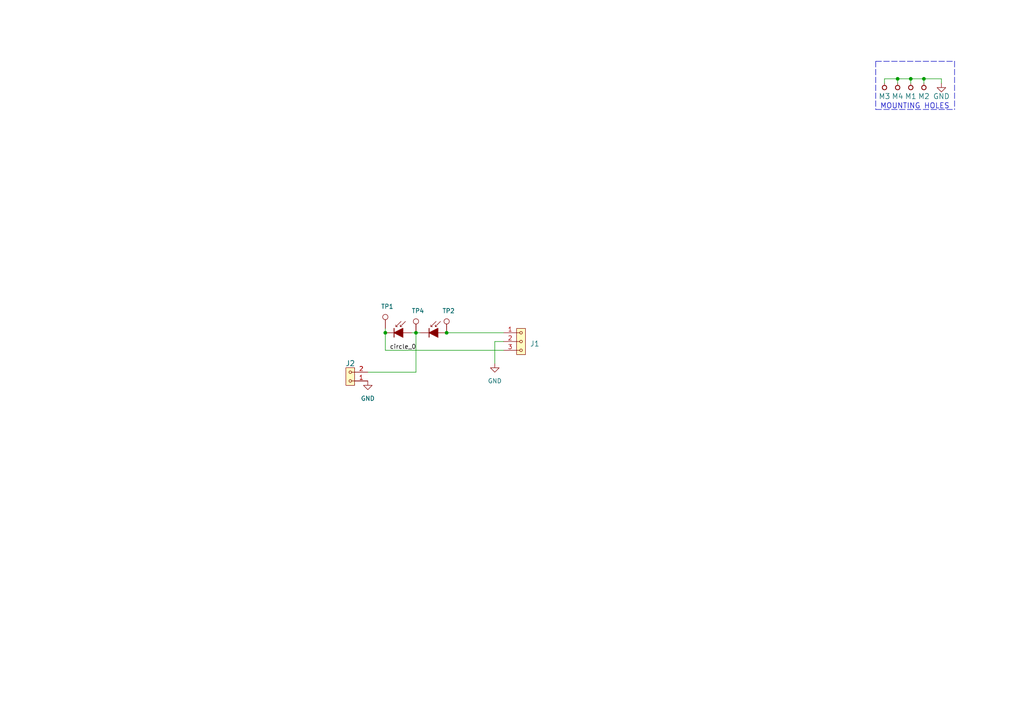
<source format=kicad_sch>
(kicad_sch (version 20211123) (generator eeschema)
  (paper "A4")
  (title_block (title "PINHOLDER02A") (date "2023-04-12") (rev "02A") (company "www.mlab.cz"))
  (lib_symbols
    (symbol "Connector:TestPoint" (pin_numbers hide) (pin_names (offset 0.762) hide)
      (property "Reference" "TP" (at 0 6.858 0))
      (property "Value" "TestPoint" (at 0 5.08 0))
      (symbol "TestPoint_0_1"
        (circle (center 0 3.302) (radius 0.762))
      )
      (symbol "TestPoint_1_1"
        (pin passive line (at 0 0 90) (length 2.54) (name "1") (number "1"))
      )
    )
    (symbol "Device:D_Photo_Filled" (pin_numbers hide) (pin_names hide)
      (property "Reference" "D" (at 0.508 1.778 0))
      (property "Value" "D_Photo_Filled" (at -1.016 -2.794 0))
      (symbol "D_Photo_Filled_0_1"
        (polyline (pts (xy -2.54 1.27) (xy -2.54 -1.27)) (stroke (width 0.254)))
        (polyline (pts (xy -2.032 1.778) (xy -1.524 1.778)))
        (polyline (pts (xy 0 0) (xy -2.54 0)))
        (polyline (pts (xy -0.508 3.302) (xy -2.032 1.778) (xy -2.032 2.286)))
        (polyline (pts (xy 0 -1.27) (xy 0 1.27) (xy -2.54 0) (xy 0 -1.27)) (stroke (width 0.254)) (fill (type outline)))
        (polyline (pts (xy 0.762 3.302) (xy -0.762 1.778) (xy -0.762 2.286) (xy -0.762 1.778) (xy -0.254 1.778)))
      )
      (symbol "D_Photo_Filled_1_1"
        (pin passive line (at -5.08 0 0) (length 2.54) (name "K") (number "1"))
        (pin passive line (at 2.54 0 180) (length 2.54) (name "A") (number "2"))
      )
    )
    (symbol "MLAB_HEADER:HEADER_1x02" (pin_names (offset 1.016))
      (property "Reference" "J" (at 0 -3.81 0))
      (property "Value" "HEADER_1x02" (at 0 3.81 0))
      (symbol "HEADER_1x02_0_1"
        (rectangle (start -1.27 2.54) (end 1.27 -2.54) (fill (type background)))
        (circle (center 0 -1.27) (radius 0.381))
        (polyline (pts (xy -1.27 -1.27) (xy -0.381 -1.27)))
        (polyline (pts (xy -1.27 1.27) (xy -0.381 1.27)))
        (circle (center 0 1.27) (radius 0.381))
      )
      (symbol "HEADER_1x02_1_1"
        (pin input line (at -5.08 1.27 0) (length 3.81) (name "~") (number "1"))
        (pin input line (at -5.08 -1.27 0) (length 3.81) (name "~") (number "2"))
      )
    )
    (symbol "MLAB_HEADER:HEADER_1x03" (pin_names (offset 1.016))
      (property "Reference" "J" (at 0 -5.08 0))
      (property "Value" "HEADER_1x03" (at 0 5.08 0))
      (symbol "HEADER_1x03_0_1"
        (rectangle (start -1.27 3.81) (end 1.27 -3.81) (fill (type background)))
        (circle (center 0 -2.54) (radius 0.381))
        (polyline (pts (xy -1.27 -2.54) (xy -0.381 -2.54)))
        (polyline (pts (xy -1.27 0) (xy -0.381 0)))
        (polyline (pts (xy -1.27 2.54) (xy -0.381 2.54)))
        (circle (center 0 0) (radius 0.381))
        (circle (center 0 2.54) (radius 0.381))
      )
      (symbol "HEADER_1x03_1_1"
        (pin input line (at -5.08 2.54 0) (length 3.81) (name "~") (number "1"))
        (pin input line (at -5.08 0 0) (length 3.81) (name "~") (number "2"))
        (pin input line (at -5.08 -2.54 0) (length 3.81) (name "~") (number "3"))
      )
    )
    (symbol "MLAB_MECHANICAL:HOLE" (pin_numbers hide) (pin_names (offset 1.016) hide)
      (property "Reference" "M" (at 0 2.54 0))
      (property "Value" "HOLE" (at 0 -2.54 0))
      (symbol "HOLE_0_1"
        (circle (center 0 0) (radius 0.635) (stroke (width 0.254)))
      )
      (symbol "HOLE_1_1"
        (pin input line (at 1.27 0 180) (length 0.635) (name "~") (number "1"))
      )
    )
    (symbol "power:GND" (power) (pin_names (offset 0))
      (property "Value" "GND" (at 0 -3.81 0))
      (symbol "GND_0_1"
        (polyline (pts (xy 0 0) (xy 0 -1.27) (xy 1.27 -1.27) (xy 0 -2.54) (xy -1.27 -1.27) (xy 0 -1.27)))
      )
      (symbol "GND_1_1"
        (pin power_in line (at 0 0 270) (length 0) hide (name "GND") (number "1"))
      )
    )
  )
  (junction (at 264.16 22.86))
  (junction (at 129.54 96.52))
  (junction (at 267.97 22.86))
  (junction (at 260.35 22.86))
  (junction (at 120.65 96.52))
  (junction (at 111.76 96.52))
  (wire (pts (xy 111.76 101.6) (xy 111.76 96.52)))
  (wire (pts (xy 267.97 22.86) (xy 267.97 24.13)))
  (wire (pts (xy 260.35 24.13) (xy 260.35 22.86)))
  (wire (pts (xy 260.35 22.86) (xy 264.16 22.86)))
  (wire (pts (xy 143.51 99.06) (xy 143.51 105.41)))
  (wire (pts (xy 120.65 96.52) (xy 121.92 96.52)))
  (wire (pts (xy 119.38 96.52) (xy 120.65 96.52)))
  (polyline (pts (xy 254 31.75) (xy 276.86 31.75)) (stroke (width 0) (type dash)))
  (polyline (pts (xy 254 17.78) (xy 276.86 17.78)) (stroke (width 0) (type dash)))
  (wire (pts (xy 273.05 24.13) (xy 273.05 22.86)))
  (wire (pts (xy 111.76 95.25) (xy 111.76 96.52)))
  (wire (pts (xy 129.54 96.52) (xy 146.05 96.52)))
  (wire (pts (xy 146.05 99.06) (xy 143.51 99.06)))
  (wire (pts (xy 146.05 101.6) (xy 111.76 101.6)))
  (polyline (pts (xy 276.86 17.78) (xy 276.86 31.75)) (stroke (width 0) (type dash)))
  (wire (pts (xy 264.16 22.86) (xy 264.16 24.13)))
  (wire (pts (xy 264.16 22.86) (xy 267.97 22.86)))
  (wire (pts (xy 120.65 107.95) (xy 120.65 96.52)))
  (wire (pts (xy 256.54 24.13) (xy 256.54 22.86)))
  (wire (pts (xy 256.54 22.86) (xy 260.35 22.86)))
  (wire (pts (xy 106.68 107.95) (xy 120.65 107.95)))
  (polyline (pts (xy 254 17.78) (xy 254 31.75)) (stroke (width 0) (type dash)))
  (wire (pts (xy 267.97 22.86) (xy 273.05 22.86)))
  (text "MOUNTING HOLES" (at 255.27 31.75 0) (effects (font (size 1.524 1.524)) (justify left bottom)))
  (label "circle_0" (at 113.03 101.6 0))
  (symbol (lib_id "Connector:TestPoint") (at 120.65 96.52 0) (unit 1)
    (property "Reference" "TP4" (at 119.38 90.17 0) (effects (justify left)))
    (property "Value" "TestPoint" (effects hide))
    (property "Footprint" "TestPoint:TestPoint_Keystone_5019_Minature" (effects hide))
    (property "Footprint" "TestPoint:TestPoint_Keystone_5019_Minature" (effects hide))
    (property "Value" "TestPoint" (effects hide))
  )
  (symbol (lib_id "Connector:TestPoint") (at 111.76 95.25 0) (unit 1)
    (property "Reference" "TP1" (at 110.49 88.9 0) (effects (justify left)))
    (property "Value" "TestPoint" (effects hide))
    (property "Footprint" "Mlab_CON:TestPoint_Pad_D0.5mm_noSilk" (effects hide))
    (property "Footprint" "Mlab_CON:TestPoint_Pad_D0.5mm_noSilk" (effects hide))
    (property "Value" "TestPoint" (effects hide))
  )
  (symbol (lib_id "MLAB_MECHANICAL:HOLE") (at 264.16 25.4 90) (unit 1)
    (property "Reference" "M1" (at 264.16 27.94 90) (effects (font (size 1.524 1.524))))
    (property "Value" "HOLE" (effects hide))
    (property "Footprint" "Mlab_Mechanical:MountingHole_3mm" (effects hide))
  )
  (symbol (lib_id "MLAB_MECHANICAL:HOLE") (at 256.54 25.4 90) (unit 1)
    (property "Reference" "M3" (at 256.54 27.94 90) (effects (font (size 1.524 1.524))))
    (property "Value" "HOLE" (effects hide))
    (property "Footprint" "Mlab_Mechanical:MountingHole_3mm" (effects hide))
  )
  (symbol (lib_id "Device:D_Photo_Filled") (at 127 96.52 0) (unit 1) (in_bom no) (on_board no)
    (property "Reference" "D2" (effects hide))
    (property "Value" "D_Photo_Filled" (effects hide))
  )
  (symbol (lib_id "MLAB_MECHANICAL:HOLE") (at 267.97 25.4 90) (unit 1)
    (property "Reference" "M2" (at 267.97 27.94 90) (effects (font (size 1.524 1.524))))
    (property "Value" "HOLE" (effects hide))
    (property "Footprint" "Mlab_Mechanical:MountingHole_3mm" (effects hide))
  )
  (symbol (lib_id "power:GND") (at 273.05 24.13 0) (unit 1)
    (property "Reference" "#PWR01" (effects hide))
    (property "Value" "GND" (at 273.05 27.94 0) (effects (font (size 1.524 1.524))))
  )
  (symbol (lib_id "power:GND") (at 106.68 110.49 0) (unit 1)
    (property "Reference" "#PWR0102" (effects hide))
    (property "Value" "GND" (at 106.68 115.57 0))
  )
  (symbol (lib_id "MLAB_HEADER:HEADER_1x02") (at 101.6 109.22 180) (unit 1)
    (property "Reference" "J2" (at 101.6 105.41 0) (effects (font (size 1.524 1.524))))
    (property "Value" "HEADER_1x02" (effects hide))
    (property "Footprint" "Mlab_Pin_Headers:Straight_1x02" (effects hide))
  )
  (symbol (lib_id "MLAB_MECHANICAL:HOLE") (at 260.35 25.4 90) (unit 1)
    (property "Reference" "M4" (at 260.35 27.94 90) (effects (font (size 1.524 1.524))))
    (property "Value" "HOLE" (effects hide))
    (property "Footprint" "Mlab_Mechanical:MountingHole_3mm" (effects hide))
  )
  (symbol (lib_id "Device:D_Photo_Filled") (at 116.84 96.52 0) (unit 1) (in_bom no) (on_board no)
    (property "Reference" "D1" (effects hide))
    (property "Value" "D_Photo_Filled" (effects hide))
  )
  (symbol (lib_id "MLAB_HEADER:HEADER_1x03") (at 151.13 99.06 0) (unit 1)
    (property "Reference" "J1" (at 153.67 99.695 0) (effects (font (size 1.524 1.524)) (justify left)))
    (property "Value" "HEADER_1x03" (effects hide))
    (property "Footprint" "Connector_PinHeader_2.54mm:PinHeader_1x03_P2.54mm_Vertical_SMD_Pin1Left" (effects hide))
  )
  (symbol (lib_id "power:GND") (at 143.51 105.41 0) (unit 1)
    (property "Reference" "#PWR0101" (effects hide))
    (property "Value" "GND" (at 143.51 110.49 0))
  )
  (symbol (lib_id "Connector:TestPoint") (at 129.54 96.52 0) (unit 1)
    (property "Reference" "TP2" (at 128.27 90.17 0) (effects (justify left)))
    (property "Value" "TestPoint" (effects hide))
    (property "Footprint" "TestPoint:TestPoint_Keystone_5019_Minature" (effects hide))
    (property "Footprint" "TestPoint:TestPoint_Keystone_5019_Minature" (effects hide))
    (property "Value" "TestPoint" (effects hide))
  )
)
</source>
